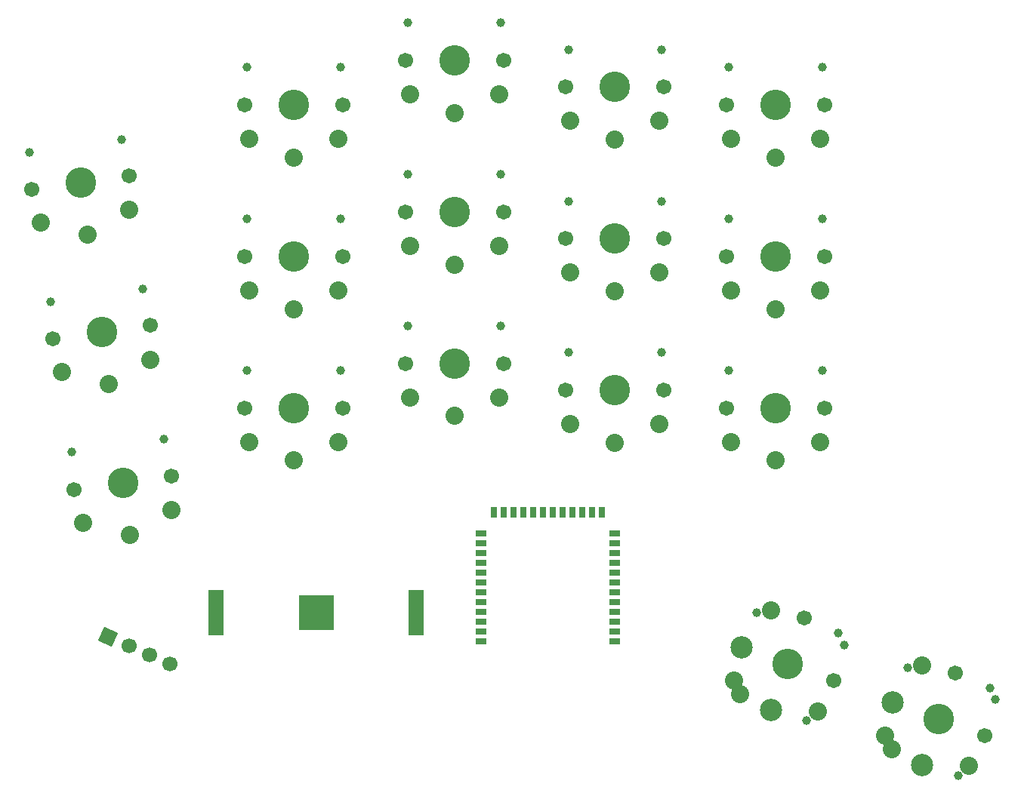
<source format=gbr>
%TF.GenerationSoftware,KiCad,Pcbnew,(6.0.4)*%
%TF.CreationDate,2022-07-15T11:17:58+02:00*%
%TF.ProjectId,kicad,6b696361-642e-46b6-9963-61645f706362,v 0.2*%
%TF.SameCoordinates,Original*%
%TF.FileFunction,Soldermask,Bot*%
%TF.FilePolarity,Negative*%
%FSLAX46Y46*%
G04 Gerber Fmt 4.6, Leading zero omitted, Abs format (unit mm)*
G04 Created by KiCad (PCBNEW (6.0.4)) date 2022-07-15 11:17:58*
%MOMM*%
%LPD*%
G01*
G04 APERTURE LIST*
G04 Aperture macros list*
%AMHorizOval*
0 Thick line with rounded ends*
0 $1 width*
0 $2 $3 position (X,Y) of the first rounded end (center of the circle)*
0 $4 $5 position (X,Y) of the second rounded end (center of the circle)*
0 Add line between two ends*
20,1,$1,$2,$3,$4,$5,0*
0 Add two circle primitives to create the rounded ends*
1,1,$1,$2,$3*
1,1,$1,$4,$5*%
%AMRotRect*
0 Rectangle, with rotation*
0 The origin of the aperture is its center*
0 $1 length*
0 $2 width*
0 $3 Rotation angle, in degrees counterclockwise*
0 Add horizontal line*
21,1,$1,$2,0,0,$3*%
G04 Aperture macros list end*
%ADD10C,0.990600*%
%ADD11C,3.429000*%
%ADD12C,1.701800*%
%ADD13C,2.500000*%
%ADD14C,2.032000*%
%ADD15R,1.198880X0.698500*%
%ADD16R,0.698500X1.198880*%
%ADD17R,1.715000X5.080000*%
%ADD18R,3.960000X3.960000*%
%ADD19RotRect,1.700000X1.700000X246.000000*%
%ADD20HorizOval,1.700000X0.000000X0.000000X0.000000X0.000000X0*%
G04 APERTURE END LIST*
D10*
%TO.C,SW17*%
X195977747Y-139752424D03*
D11*
X193816383Y-133410744D03*
D12*
X198984692Y-135291855D03*
D10*
X199548437Y-129942033D03*
D12*
X195697494Y-128242435D03*
D10*
X200158063Y-131249380D03*
X190347672Y-127678690D03*
D13*
X191935272Y-138579053D03*
X188648074Y-131529633D03*
D14*
X188535450Y-136809531D03*
X197215170Y-138691677D03*
X191955652Y-127412604D03*
X187818243Y-135271475D03*
%TD*%
D10*
%TO.C,SW2*%
X94201825Y-86567358D03*
D12*
X94509077Y-90765452D03*
D11*
X99955551Y-90000000D03*
D12*
X105402025Y-89234548D03*
D10*
X104540223Y-85114391D03*
D14*
X100776672Y-95842582D03*
X95533068Y-94458884D03*
X105435749Y-93067153D03*
%TD*%
D12*
%TO.C,SW11*%
X151999999Y-79500000D03*
X162999999Y-79500000D03*
D10*
X162719999Y-75300000D03*
D11*
X157499999Y-79500000D03*
D10*
X152279999Y-75300000D03*
D14*
X157499999Y-85400000D03*
X162499999Y-83300000D03*
X152499999Y-83300000D03*
%TD*%
D10*
%TO.C,SW8*%
X144720001Y-72300000D03*
D12*
X134000001Y-76500000D03*
X145000001Y-76500000D03*
D10*
X134280001Y-72300000D03*
D11*
X139500001Y-76500000D03*
D14*
X139500001Y-82400000D03*
X134500001Y-80300000D03*
X144500001Y-80300000D03*
%TD*%
D10*
%TO.C,SW5*%
X116280000Y-77300000D03*
X126720000Y-77300000D03*
D12*
X127000000Y-81500000D03*
X116000000Y-81500000D03*
D11*
X121500000Y-81500000D03*
D14*
X121500000Y-87400000D03*
X126500000Y-85300000D03*
X116500000Y-85300000D03*
%TD*%
D10*
%TO.C,SW16*%
X170280000Y-94300000D03*
X180720000Y-94300000D03*
D11*
X175500000Y-98500000D03*
D12*
X170000000Y-98500000D03*
X181000000Y-98500000D03*
D14*
X175500000Y-104400000D03*
X170500000Y-102300000D03*
X180500000Y-102300000D03*
%TD*%
D10*
%TO.C,SW12*%
X162720000Y-92300000D03*
D12*
X163000000Y-96500000D03*
D10*
X152280000Y-92300000D03*
D12*
X152000000Y-96500000D03*
D11*
X157500000Y-96500000D03*
D14*
X157500000Y-102400000D03*
X152500000Y-100300000D03*
X162500000Y-100300000D03*
%TD*%
D10*
%TO.C,SW15*%
X180720000Y-77300001D03*
D12*
X181000000Y-81500001D03*
D11*
X175500000Y-81500001D03*
D12*
X170000000Y-81500001D03*
D10*
X170280000Y-77300001D03*
D14*
X175500000Y-87400001D03*
X170500000Y-85300001D03*
X180500000Y-85300001D03*
%TD*%
D12*
%TO.C,SW10*%
X152000001Y-62500000D03*
D10*
X162720001Y-58300000D03*
D11*
X157500001Y-62500000D03*
D12*
X163000001Y-62500000D03*
D10*
X152280001Y-58300000D03*
D14*
X157500001Y-68400000D03*
X162500001Y-66300000D03*
X152500001Y-66300000D03*
%TD*%
D12*
%TO.C,SW7*%
X134000000Y-59500000D03*
D11*
X139500000Y-59500000D03*
D10*
X144720000Y-55300000D03*
X134280000Y-55300000D03*
D12*
X145000000Y-59500000D03*
D14*
X139500000Y-65400000D03*
X144500000Y-63300000D03*
X134500000Y-63300000D03*
%TD*%
D10*
%TO.C,SW3*%
X106906166Y-102017760D03*
D12*
X96875020Y-107668821D03*
D10*
X96567768Y-103470727D03*
D11*
X102321494Y-106903369D03*
D12*
X107767968Y-106137917D03*
D14*
X103142615Y-112745951D03*
X107801692Y-109970522D03*
X97899011Y-111362253D03*
%TD*%
D11*
%TO.C,SW6*%
X121500001Y-98500001D03*
D12*
X127000001Y-98500001D03*
D10*
X126720001Y-94300001D03*
X116280001Y-94300001D03*
D12*
X116000001Y-98500001D03*
D14*
X121500001Y-104400001D03*
X126500001Y-102300001D03*
X116500001Y-102300001D03*
%TD*%
D10*
%TO.C,SW14*%
X170279999Y-60300000D03*
D12*
X169999999Y-64500000D03*
X180999999Y-64500000D03*
D10*
X180719999Y-60300000D03*
D11*
X175499999Y-64500000D03*
D14*
X175499999Y-70400000D03*
X170499999Y-68300000D03*
X180499999Y-68300000D03*
%TD*%
D10*
%TO.C,SW1*%
X91835882Y-69801612D03*
D11*
X97589608Y-73234254D03*
D12*
X103036082Y-72468802D03*
D10*
X102174280Y-68348645D03*
D12*
X92143134Y-73999706D03*
D14*
X98410729Y-79076836D03*
X103069806Y-76301407D03*
X93167125Y-77693138D03*
%TD*%
D12*
%TO.C,SW4*%
X127000000Y-64500001D03*
X116000000Y-64500001D03*
D11*
X121500000Y-64500001D03*
D10*
X116280000Y-60300001D03*
X126720000Y-60300001D03*
D14*
X121500000Y-70400001D03*
X126500000Y-68300001D03*
X116500000Y-68300001D03*
%TD*%
D10*
%TO.C,SW9*%
X144720000Y-89300000D03*
D11*
X139500000Y-93500000D03*
D10*
X134280000Y-89300000D03*
D12*
X145000000Y-93500000D03*
X134000000Y-93500000D03*
D14*
X139500000Y-99400000D03*
X144500000Y-97300000D03*
X134500000Y-97300000D03*
%TD*%
D10*
%TO.C,SW13*%
X173374486Y-121507863D03*
X183184877Y-125078553D03*
X182575251Y-123771206D03*
D11*
X176843197Y-127239917D03*
D12*
X178724308Y-122071608D03*
X182011506Y-129121028D03*
D10*
X179004561Y-133581597D03*
D13*
X171674888Y-125358806D03*
X174962086Y-132408226D03*
D14*
X174982466Y-121241777D03*
X170845057Y-129100648D03*
X171562264Y-130638704D03*
X180241984Y-132520850D03*
%TD*%
D15*
%TO.C,YJT2*%
X142483840Y-124698740D03*
X142483840Y-123598920D03*
X142483840Y-122499100D03*
X142483840Y-121399280D03*
X142483840Y-120299460D03*
X142483840Y-119199640D03*
X142483840Y-118099820D03*
X142483840Y-117000000D03*
X142483840Y-115900180D03*
X142483840Y-114800360D03*
X142483840Y-113700540D03*
X142483840Y-112600720D03*
D16*
X143934180Y-110251220D03*
X145034000Y-110251220D03*
X146133820Y-110251220D03*
X147233640Y-110251220D03*
X148333460Y-110251220D03*
X149433280Y-110251220D03*
X150530560Y-110251220D03*
X151630380Y-110251220D03*
X152730200Y-110251220D03*
X153830020Y-110251220D03*
X154929840Y-110251220D03*
X156029660Y-110251220D03*
D15*
X157480000Y-112600720D03*
X157480000Y-113700540D03*
X157480000Y-114800360D03*
X157480000Y-115900180D03*
X157480000Y-117000000D03*
X157480000Y-118099820D03*
X157480000Y-119199640D03*
X157480000Y-120299460D03*
X157480000Y-121399280D03*
X157480000Y-122499100D03*
X157480000Y-123598920D03*
X157480000Y-124698740D03*
%TD*%
D17*
%TO.C,BT2*%
X135200000Y-121500000D03*
X112792500Y-121500000D03*
D18*
X124000000Y-121500000D03*
%TD*%
D19*
%TO.C,PROG1*%
X100679595Y-124166889D03*
D20*
X103000000Y-125200000D03*
X105320406Y-126233111D03*
X107640811Y-127266222D03*
%TD*%
M02*

</source>
